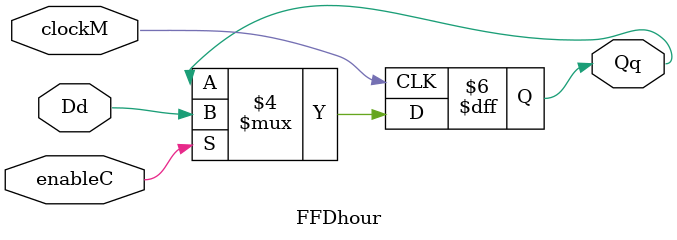
<source format=v>
`timescale 1ns / 1ps

module FFDhour(
    input clockM,
    input enableC,
    input Dd,
    output reg Qq=0
    );
    
    always @ (posedge clockM) begin
    if (enableC==1)
        Qq <= Dd;  
    end 
endmodule

</source>
